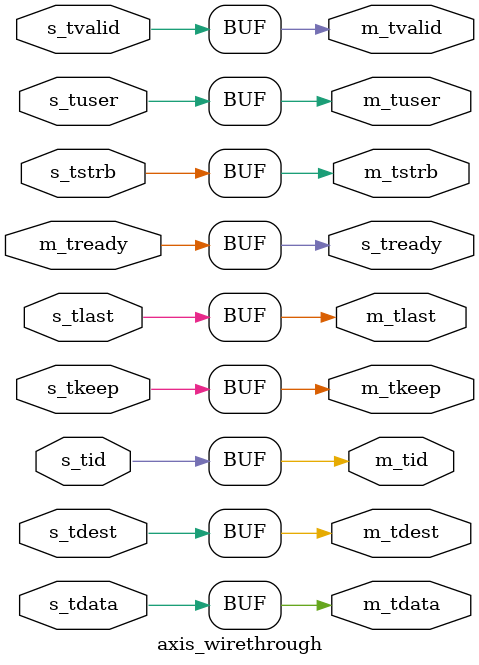
<source format=v>
module axis_wirethrough
#(
parameter integer C_TID_WIDTH = 1,
parameter integer C_HAS_TID = 1,
parameter integer C_TDEST_WIDTH = 1,
parameter integer C_HAS_TDEST = 1,
parameter integer C_TDATA_WIDTH = 1,
parameter integer C_HAS_TDATA = 1,
parameter integer C_TSTRB_WIDTH = 1,
parameter integer C_HAS_TSTRB = 1,
parameter integer C_TKEEP_WIDTH = 1,
parameter integer C_HAS_TKEEP = 1,
parameter integer C_TLAST_WIDTH = 1,
parameter integer C_HAS_TLAST = 1,
parameter integer C_TUSER_WIDTH = 1,
parameter integer C_HAS_TUSER = 1,
parameter integer C_TVALID_WIDTH = 1,
parameter integer C_HAS_TVALID = 1,
parameter integer C_TREADY_WIDTH = 1,
parameter integer C_HAS_TREADY = 1
)
(
(* X_INTERFACE_INFO = "xilinx.com:interface:axis_rtl:1.0 M_AXIS TID " *)
 output wire [((C_TID_WIDTH>0)?C_TID_WIDTH:1)-1:0] m_tid,
(* X_INTERFACE_INFO = "xilinx.com:interface:axis_rtl:1.0 M_AXIS TDEST " *)
 output wire [((C_TDEST_WIDTH>0)?C_TDEST_WIDTH:1)-1:0] m_tdest,
(* X_INTERFACE_INFO = "xilinx.com:interface:axis_rtl:1.0 M_AXIS TDATA " *)
 output wire [((C_TDATA_WIDTH>0)?C_TDATA_WIDTH:1)-1:0] m_tdata,
(* X_INTERFACE_INFO = "xilinx.com:interface:axis_rtl:1.0 M_AXIS TSTRB " *)
 output wire [((C_TSTRB_WIDTH>0)?C_TSTRB_WIDTH:1)-1:0] m_tstrb,
(* X_INTERFACE_INFO = "xilinx.com:interface:axis_rtl:1.0 M_AXIS TKEEP " *)
 output wire [((C_TKEEP_WIDTH>0)?C_TKEEP_WIDTH:1)-1:0] m_tkeep,
(* X_INTERFACE_INFO = "xilinx.com:interface:axis_rtl:1.0 M_AXIS TLAST " *)
 output wire [((C_TLAST_WIDTH>0)?C_TLAST_WIDTH:1)-1:0] m_tlast,
(* X_INTERFACE_INFO = "xilinx.com:interface:axis_rtl:1.0 M_AXIS TUSER " *)
 output wire [((C_TUSER_WIDTH>0)?C_TUSER_WIDTH:1)-1:0] m_tuser,
(* X_INTERFACE_INFO = "xilinx.com:interface:axis_rtl:1.0 M_AXIS TVALID " *)
 output wire [((C_TVALID_WIDTH>0)?C_TVALID_WIDTH:1)-1:0] m_tvalid,
(* X_INTERFACE_INFO = "xilinx.com:interface:axis_rtl:1.0 M_AXIS TREADY " *)
 input wire [((C_TREADY_WIDTH>0)?C_TREADY_WIDTH:1)-1:0] m_tready,
(* X_INTERFACE_INFO = "xilinx.com:interface:axis_rtl:1.0 S_AXIS TID " *)
input wire [((C_TID_WIDTH>0)?C_TID_WIDTH:1)-1:0] s_tid,
(* X_INTERFACE_INFO = "xilinx.com:interface:axis_rtl:1.0 S_AXIS TDEST " *)
input wire [((C_TDEST_WIDTH>0)?C_TDEST_WIDTH:1)-1:0] s_tdest,
(* X_INTERFACE_INFO = "xilinx.com:interface:axis_rtl:1.0 S_AXIS TDATA " *)
input wire [((C_TDATA_WIDTH>0)?C_TDATA_WIDTH:1)-1:0] s_tdata,
(* X_INTERFACE_INFO = "xilinx.com:interface:axis_rtl:1.0 S_AXIS TSTRB " *)
input wire [((C_TSTRB_WIDTH>0)?C_TSTRB_WIDTH:1)-1:0] s_tstrb,
(* X_INTERFACE_INFO = "xilinx.com:interface:axis_rtl:1.0 S_AXIS TKEEP " *)
input wire [((C_TKEEP_WIDTH>0)?C_TKEEP_WIDTH:1)-1:0] s_tkeep,
(* X_INTERFACE_INFO = "xilinx.com:interface:axis_rtl:1.0 S_AXIS TLAST " *)
input wire [((C_TLAST_WIDTH>0)?C_TLAST_WIDTH:1)-1:0] s_tlast,
(* X_INTERFACE_INFO = "xilinx.com:interface:axis_rtl:1.0 S_AXIS TUSER " *)
input wire [((C_TUSER_WIDTH>0)?C_TUSER_WIDTH:1)-1:0] s_tuser,
(* X_INTERFACE_INFO = "xilinx.com:interface:axis_rtl:1.0 S_AXIS TVALID " *)
input wire [((C_TVALID_WIDTH>0)?C_TVALID_WIDTH:1)-1:0] s_tvalid,
(* X_INTERFACE_INFO = "xilinx.com:interface:axis_rtl:1.0 S_AXIS TREADY " *)
output wire [((C_TREADY_WIDTH>0)?C_TREADY_WIDTH:1)-1:0] s_tready
);
assign m_tid = s_tid;
assign m_tdest = s_tdest;
assign m_tdata = s_tdata;
assign m_tstrb = s_tstrb;
assign m_tkeep = s_tkeep;
assign m_tlast = s_tlast;
assign m_tuser = s_tuser;
assign m_tvalid = s_tvalid;
assign s_tready = m_tready;
endmodule

</source>
